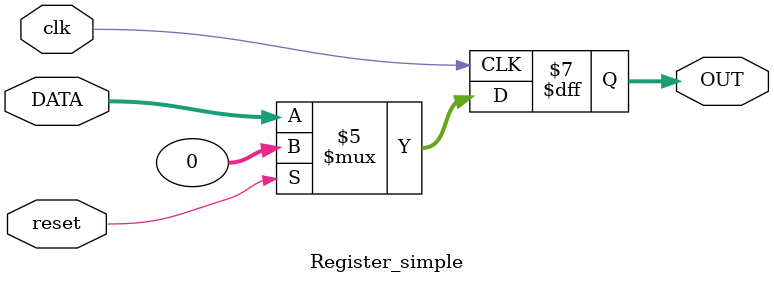
<source format=v>
module Register_simple #(
     parameter WIDTH=32)
    (
	  input  clk, reset,
	  input	[WIDTH-1:0] DATA,
	  output reg [WIDTH-1:0] OUT = 0
    );
	 
always@(posedge clk) begin
	if(reset == 1'b0)
		OUT<=DATA;
	else	
		OUT<={WIDTH{1'b0}};
end
	 
endmodule	 
</source>
